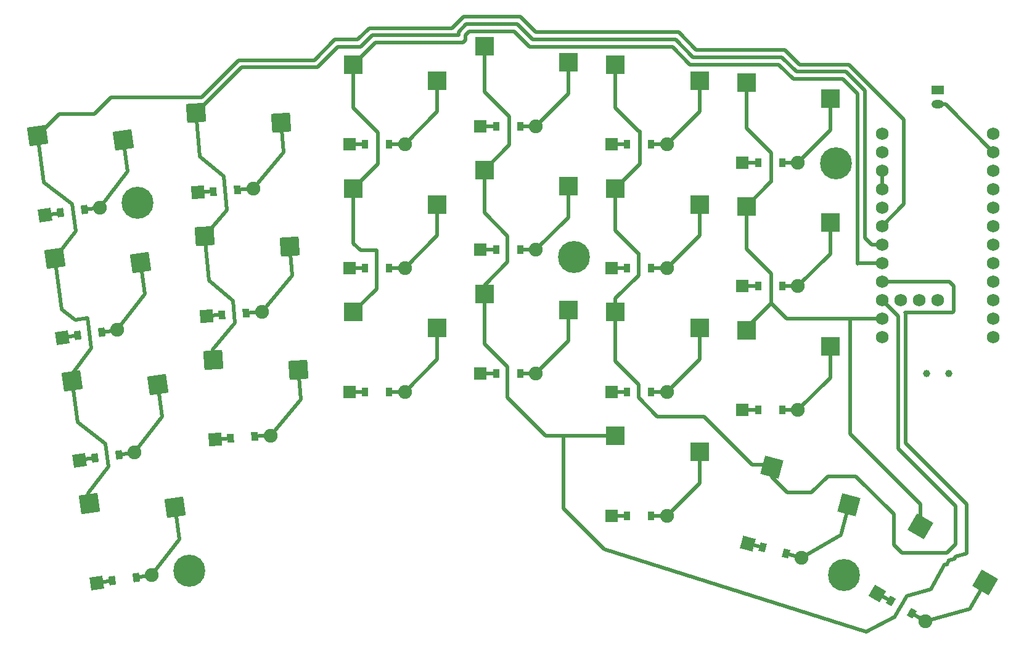
<source format=gbr>
%TF.GenerationSoftware,KiCad,Pcbnew,9.0.3*%
%TF.CreationDate,2025-07-25T16:03:50+02:00*%
%TF.ProjectId,left_pcb,6c656674-5f70-4636-922e-6b696361645f,v1.0.0*%
%TF.SameCoordinates,Original*%
%TF.FileFunction,Copper,L2,Bot*%
%TF.FilePolarity,Positive*%
%FSLAX46Y46*%
G04 Gerber Fmt 4.6, Leading zero omitted, Abs format (unit mm)*
G04 Created by KiCad (PCBNEW 9.0.3) date 2025-07-25 16:03:50*
%MOMM*%
%LPD*%
G01*
G04 APERTURE LIST*
G04 Aperture macros list*
%AMRotRect*
0 Rectangle, with rotation*
0 The origin of the aperture is its center*
0 $1 length*
0 $2 width*
0 $3 Rotation angle, in degrees counterclockwise*
0 Add horizontal line*
21,1,$1,$2,0,0,$3*%
G04 Aperture macros list end*
%TA.AperFunction,WasherPad*%
%ADD10C,1.000000*%
%TD*%
%TA.AperFunction,ComponentPad*%
%ADD11RotRect,1.778000X1.778000X8.000000*%
%TD*%
%TA.AperFunction,SMDPad,CuDef*%
%ADD12RotRect,0.900000X1.200000X8.000000*%
%TD*%
%TA.AperFunction,ComponentPad*%
%ADD13C,1.905000*%
%TD*%
%TA.AperFunction,SMDPad,CuDef*%
%ADD14R,2.600000X2.600000*%
%TD*%
%TA.AperFunction,ComponentPad*%
%ADD15R,1.778000X1.778000*%
%TD*%
%TA.AperFunction,SMDPad,CuDef*%
%ADD16R,0.900000X1.200000*%
%TD*%
%TA.AperFunction,SMDPad,CuDef*%
%ADD17RotRect,2.600000X2.600000X330.000000*%
%TD*%
%TA.AperFunction,ComponentPad*%
%ADD18C,0.700000*%
%TD*%
%TA.AperFunction,ComponentPad*%
%ADD19C,4.400000*%
%TD*%
%TA.AperFunction,ComponentPad*%
%ADD20R,1.700000X1.200000*%
%TD*%
%TA.AperFunction,ComponentPad*%
%ADD21O,1.700000X1.200000*%
%TD*%
%TA.AperFunction,ComponentPad*%
%ADD22RotRect,1.778000X1.778000X4.000000*%
%TD*%
%TA.AperFunction,SMDPad,CuDef*%
%ADD23RotRect,0.900000X1.200000X4.000000*%
%TD*%
%TA.AperFunction,ComponentPad*%
%ADD24RotRect,1.778000X1.778000X330.000000*%
%TD*%
%TA.AperFunction,SMDPad,CuDef*%
%ADD25RotRect,0.900000X1.200000X330.000000*%
%TD*%
%TA.AperFunction,SMDPad,CuDef*%
%ADD26RotRect,2.600000X2.600000X4.000000*%
%TD*%
%TA.AperFunction,ComponentPad*%
%ADD27C,1.752600*%
%TD*%
%TA.AperFunction,SMDPad,CuDef*%
%ADD28RotRect,2.600000X2.600000X8.000000*%
%TD*%
%TA.AperFunction,ComponentPad*%
%ADD29RotRect,1.778000X1.778000X345.000000*%
%TD*%
%TA.AperFunction,SMDPad,CuDef*%
%ADD30RotRect,0.900000X1.200000X345.000000*%
%TD*%
%TA.AperFunction,SMDPad,CuDef*%
%ADD31RotRect,2.600000X2.600000X345.000000*%
%TD*%
%TA.AperFunction,Conductor*%
%ADD32C,0.500000*%
%TD*%
G04 APERTURE END LIST*
D10*
%TO.P,T1,*%
%TO.N,*%
X200958333Y-125028053D03*
X197958339Y-125028055D03*
%TD*%
D11*
%TO.P,D3,1*%
%TO.N,P029*%
X79217200Y-120089082D03*
D12*
X81356179Y-119788464D03*
%TO.P,D3,2*%
%TO.N,outer_home*%
X84624063Y-119329198D03*
D13*
X86763042Y-119028580D03*
%TD*%
D14*
%TO.P,S9,1*%
%TO.N,P024*%
X119183333Y-99578058D03*
%TO.P,S9,2*%
%TO.N,ring_home*%
X130733333Y-101778058D03*
%TD*%
D15*
%TO.P,D8,1*%
%TO.N,P002*%
X118648337Y-127528055D03*
D16*
X120808337Y-127528055D03*
%TO.P,D8,2*%
%TO.N,ring_bottom*%
X124108337Y-127528055D03*
D13*
X126268337Y-127528055D03*
%TD*%
D15*
%TO.P,D14,1*%
%TO.N,P115*%
X154648336Y-144528055D03*
D16*
X156808336Y-144528055D03*
%TO.P,D14,2*%
%TO.N,index_mod*%
X160108336Y-144528055D03*
D13*
X162268336Y-144528055D03*
%TD*%
D15*
%TO.P,D12,1*%
%TO.N,P029*%
X136648335Y-108028054D03*
D16*
X138808335Y-108028054D03*
%TO.P,D12,2*%
%TO.N,middle_home*%
X142108335Y-108028054D03*
D13*
X144268335Y-108028054D03*
%TD*%
D14*
%TO.P,S17,1*%
%TO.N,P011*%
X155183339Y-82578055D03*
%TO.P,S17,2*%
%TO.N,index_top*%
X166733339Y-84778055D03*
%TD*%
D17*
%TO.P,S22,1*%
%TO.N,P104*%
X197081843Y-145994527D03*
%TO.P,S22,2*%
%TO.N,space_cluster*%
X205984436Y-153674783D03*
%TD*%
D11*
%TO.P,D2,1*%
%TO.N,P002*%
X81583143Y-136923641D03*
D12*
X83722122Y-136623023D03*
%TO.P,D2,2*%
%TO.N,outer_bottom*%
X86990006Y-136163757D03*
D13*
X89128985Y-135863139D03*
%TD*%
D14*
%TO.P,S13,1*%
%TO.N,P100*%
X137183337Y-80078056D03*
%TO.P,S13,2*%
%TO.N,middle_top*%
X148733337Y-82278056D03*
%TD*%
D15*
%TO.P,D9,1*%
%TO.N,P029*%
X118648337Y-110528054D03*
D16*
X120808337Y-110528054D03*
%TO.P,D9,2*%
%TO.N,ring_home*%
X124108337Y-110528054D03*
D13*
X126268337Y-110528054D03*
%TD*%
D14*
%TO.P,S20,1*%
%TO.N,P104*%
X173183336Y-85078054D03*
%TO.P,S20,2*%
%TO.N,inner_top*%
X184733336Y-87278054D03*
%TD*%
D18*
%TO.P,_4,1*%
%TO.N,N/C*%
X95014391Y-152304046D03*
X95330585Y-151081418D03*
X95655338Y-153392161D03*
X96877966Y-153708355D03*
D19*
X96648333Y-152074413D03*
D18*
X96418700Y-150440471D03*
X97641328Y-150756665D03*
X97966081Y-153067408D03*
X98282275Y-151844780D03*
%TD*%
D15*
%TO.P,D18,1*%
%TO.N,P002*%
X172648334Y-130028053D03*
D16*
X174808334Y-130028053D03*
%TO.P,D18,2*%
%TO.N,inner_bottom*%
X178108334Y-130028053D03*
D13*
X180268334Y-130028053D03*
%TD*%
D20*
%TO.P,JST1,1*%
%TO.N,pos*%
X199458334Y-86028062D03*
D21*
%TO.P,JST1,2*%
%TO.N,GND*%
X199458340Y-88028052D03*
%TD*%
D11*
%TO.P,D1,1*%
%TO.N,P115*%
X83949085Y-153758201D03*
D12*
X86088064Y-153457583D03*
%TO.P,D1,2*%
%TO.N,outer_mod*%
X89355948Y-152998317D03*
D13*
X91494927Y-152697699D03*
%TD*%
D15*
%TO.P,D19,1*%
%TO.N,P029*%
X172648336Y-113028055D03*
D16*
X174808336Y-113028055D03*
%TO.P,D19,2*%
%TO.N,inner_home*%
X178108336Y-113028055D03*
D13*
X180268336Y-113028055D03*
%TD*%
D14*
%TO.P,S10,1*%
%TO.N,P024*%
X119183336Y-82578057D03*
%TO.P,S10,2*%
%TO.N,ring_top*%
X130733336Y-84778057D03*
%TD*%
D15*
%TO.P,D11,1*%
%TO.N,P002*%
X136648333Y-125028055D03*
D16*
X138808333Y-125028055D03*
%TO.P,D11,2*%
%TO.N,middle_bottom*%
X142108333Y-125028055D03*
D13*
X144268333Y-125028055D03*
%TD*%
D22*
%TO.P,D6,1*%
%TO.N,P029*%
X99027310Y-117107906D03*
D23*
X101182048Y-116957230D03*
%TO.P,D6,2*%
%TO.N,pinky_home*%
X104474010Y-116727038D03*
D13*
X106628748Y-116576362D03*
%TD*%
D14*
%TO.P,S14,1*%
%TO.N,P100*%
X155183332Y-133578053D03*
%TO.P,S14,2*%
%TO.N,index_mod*%
X166733332Y-135778053D03*
%TD*%
D24*
%TO.P,D22,1*%
%TO.N,P115*%
X191143519Y-155210005D03*
D25*
X193014134Y-156290005D03*
%TO.P,D22,2*%
%TO.N,space_cluster*%
X195872018Y-157940005D03*
D13*
X197742633Y-159020005D03*
%TD*%
D15*
%TO.P,D17,1*%
%TO.N,P031*%
X154648337Y-93528052D03*
D16*
X156808337Y-93528052D03*
%TO.P,D17,2*%
%TO.N,index_top*%
X160108337Y-93528052D03*
D13*
X162268337Y-93528052D03*
%TD*%
D15*
%TO.P,D20,1*%
%TO.N,P031*%
X172648334Y-96028060D03*
D16*
X174808334Y-96028060D03*
%TO.P,D20,2*%
%TO.N,inner_top*%
X178108334Y-96028060D03*
D13*
X180268334Y-96028060D03*
%TD*%
D26*
%TO.P,S7,1*%
%TO.N,P022*%
X97611313Y-89188673D03*
%TO.P,S7,2*%
%TO.N,pinky_top*%
X109286642Y-90577627D03*
%TD*%
D27*
%TO.P,MCU1,1*%
%TO.N,P006*%
X191838332Y-92058056D03*
%TO.P,MCU1,2*%
%TO.N,P008*%
X191838330Y-94598057D03*
%TO.P,MCU1,3*%
%TO.N,GND*%
X191838332Y-97138056D03*
%TO.P,MCU1,4*%
X191838332Y-99678056D03*
%TO.P,MCU1,5*%
%TO.N,P017*%
X191838332Y-102218056D03*
%TO.P,MCU1,6*%
%TO.N,P020*%
X191838332Y-104758056D03*
%TO.P,MCU1,7*%
%TO.N,P022*%
X191838332Y-107298056D03*
%TO.P,MCU1,8*%
%TO.N,P024*%
X191838332Y-109838056D03*
%TO.P,MCU1,9*%
%TO.N,P100*%
X191838332Y-112378056D03*
%TO.P,MCU1,10*%
%TO.N,P011*%
X191838332Y-114918056D03*
%TO.P,MCU1,11*%
%TO.N,P104*%
X191838331Y-117458059D03*
%TO.P,MCU1,12*%
%TO.N,P106*%
X191838332Y-119998056D03*
%TO.P,MCU1,13*%
%TO.N,P009*%
X207078332Y-119998056D03*
%TO.P,MCU1,14*%
%TO.N,P010*%
X207078334Y-117458055D03*
%TO.P,MCU1,15*%
%TO.N,P111*%
X207078332Y-114918056D03*
%TO.P,MCU1,16*%
%TO.N,P113*%
X207078332Y-112378056D03*
%TO.P,MCU1,17*%
%TO.N,P115*%
X207078332Y-109838056D03*
%TO.P,MCU1,18*%
%TO.N,P002*%
X207078332Y-107298056D03*
%TO.P,MCU1,19*%
%TO.N,P029*%
X207078332Y-104758056D03*
%TO.P,MCU1,20*%
%TO.N,P031*%
X207078332Y-102218056D03*
%TO.P,MCU1,21*%
%TO.N,VCC*%
X207078332Y-99678056D03*
%TO.P,MCU1,22*%
%TO.N,RST*%
X207078332Y-97138056D03*
%TO.P,MCU1,23*%
%TO.N,GND*%
X207078333Y-94598053D03*
%TO.P,MCU1,24*%
%TO.N,RAW*%
X207078332Y-92058056D03*
%TO.P,MCU1,31*%
%TO.N,P101*%
X194378332Y-114918056D03*
%TO.P,MCU1,32*%
%TO.N,P102*%
X196918332Y-114918056D03*
%TO.P,MCU1,33*%
%TO.N,P107*%
X199458332Y-114918056D03*
%TD*%
D18*
%TO.P,_3,1*%
%TO.N,N/C*%
X147808335Y-108978058D03*
X148291609Y-107811332D03*
X148291609Y-110144784D03*
X149458335Y-107328058D03*
D19*
X149458335Y-108978058D03*
D18*
X149458335Y-110628058D03*
X150625061Y-107811332D03*
X150625061Y-110144784D03*
X151108335Y-108978058D03*
%TD*%
D28*
%TO.P,S2,1*%
%TO.N,P020*%
X80588983Y-126005751D03*
%TO.P,S2,2*%
%TO.N,outer_bottom*%
X92332762Y-126576890D03*
%TD*%
D18*
%TO.P,_2,1*%
%TO.N,N/C*%
X183808336Y-96128055D03*
X184291610Y-94961329D03*
X184291610Y-97294781D03*
X185458336Y-94478055D03*
D19*
X185458336Y-96128055D03*
D18*
X185458336Y-97778055D03*
X186625062Y-94961329D03*
X186625062Y-97294781D03*
X187108336Y-96128055D03*
%TD*%
%TO.P,_5,1*%
%TO.N,N/C*%
X185169906Y-151876605D03*
X186171797Y-151107828D03*
X185005071Y-153128656D03*
X187423848Y-151272663D03*
D19*
X186598848Y-152701605D03*
D18*
X185773848Y-154130547D03*
X188192625Y-152274554D03*
X187025899Y-154295382D03*
X188027790Y-153526605D03*
%TD*%
D15*
%TO.P,D10,1*%
%TO.N,P031*%
X118648335Y-93528051D03*
D16*
X120808335Y-93528051D03*
%TO.P,D10,2*%
%TO.N,ring_top*%
X124108335Y-93528051D03*
D13*
X126268335Y-93528051D03*
%TD*%
D29*
%TO.P,D21,1*%
%TO.N,P115*%
X173354651Y-148354544D03*
D30*
X175441050Y-148913596D03*
%TO.P,D21,2*%
%TO.N,layer_cluster*%
X178628606Y-149767696D03*
D13*
X180715005Y-150326748D03*
%TD*%
D15*
%TO.P,D15,1*%
%TO.N,P002*%
X154648334Y-127528057D03*
D16*
X156808334Y-127528057D03*
%TO.P,D15,2*%
%TO.N,index_bottom*%
X160108334Y-127528057D03*
D13*
X162268334Y-127528057D03*
%TD*%
D14*
%TO.P,S12,1*%
%TO.N,P100*%
X137183335Y-97078049D03*
%TO.P,S12,2*%
%TO.N,middle_home*%
X148733335Y-99278049D03*
%TD*%
%TO.P,S16,1*%
%TO.N,P011*%
X155183332Y-99578056D03*
%TO.P,S16,2*%
%TO.N,index_home*%
X166733332Y-101778056D03*
%TD*%
%TO.P,S11,1*%
%TO.N,P100*%
X137183334Y-114078055D03*
%TO.P,S11,2*%
%TO.N,middle_bottom*%
X148733334Y-116278055D03*
%TD*%
D22*
%TO.P,D5,1*%
%TO.N,P002*%
X100213169Y-134066492D03*
D23*
X102367907Y-133915816D03*
%TO.P,D5,2*%
%TO.N,pinky_bottom*%
X105659869Y-133685624D03*
D13*
X107814607Y-133534948D03*
%TD*%
D11*
%TO.P,D4,1*%
%TO.N,P031*%
X76851258Y-103254527D03*
D12*
X78990237Y-102953909D03*
%TO.P,D4,2*%
%TO.N,outer_top*%
X82258121Y-102494643D03*
D13*
X84397100Y-102194025D03*
%TD*%
D28*
%TO.P,S4,1*%
%TO.N,P020*%
X75857102Y-92336634D03*
%TO.P,S4,2*%
%TO.N,outer_top*%
X87600881Y-92907773D03*
%TD*%
D31*
%TO.P,S21,1*%
%TO.N,P011*%
X176705490Y-137916128D03*
%TO.P,S21,2*%
%TO.N,layer_cluster*%
X187292532Y-143030525D03*
%TD*%
D28*
%TO.P,S1,1*%
%TO.N,P020*%
X82954929Y-142840303D03*
%TO.P,S1,2*%
%TO.N,outer_mod*%
X94698708Y-143411442D03*
%TD*%
%TO.P,S3,1*%
%TO.N,P020*%
X78223047Y-109171194D03*
%TO.P,S3,2*%
%TO.N,outer_home*%
X89966826Y-109742333D03*
%TD*%
D14*
%TO.P,S19,1*%
%TO.N,P104*%
X173183338Y-102078058D03*
%TO.P,S19,2*%
%TO.N,inner_home*%
X184733338Y-104278058D03*
%TD*%
D26*
%TO.P,S6,1*%
%TO.N,P022*%
X98797172Y-106147263D03*
%TO.P,S6,2*%
%TO.N,pinky_home*%
X110472501Y-107536217D03*
%TD*%
D22*
%TO.P,D7,1*%
%TO.N,P031*%
X97841449Y-100149319D03*
D23*
X99996187Y-99998643D03*
%TO.P,D7,2*%
%TO.N,pinky_top*%
X103288149Y-99768451D03*
D13*
X105442887Y-99617775D03*
%TD*%
D15*
%TO.P,D13,1*%
%TO.N,P031*%
X136648335Y-91028054D03*
D16*
X138808335Y-91028054D03*
%TO.P,D13,2*%
%TO.N,middle_top*%
X142108335Y-91028054D03*
D13*
X144268335Y-91028054D03*
%TD*%
D26*
%TO.P,S5,1*%
%TO.N,P022*%
X99983033Y-123105849D03*
%TO.P,S5,2*%
%TO.N,pinky_bottom*%
X111658362Y-124494803D03*
%TD*%
D14*
%TO.P,S18,1*%
%TO.N,P104*%
X173183333Y-119078056D03*
%TO.P,S18,2*%
%TO.N,inner_bottom*%
X184733333Y-121278056D03*
%TD*%
%TO.P,S15,1*%
%TO.N,P011*%
X155183333Y-116578053D03*
%TO.P,S15,2*%
%TO.N,index_bottom*%
X166733333Y-118778053D03*
%TD*%
D15*
%TO.P,D16,1*%
%TO.N,P029*%
X154648337Y-110528052D03*
D16*
X156808337Y-110528052D03*
%TO.P,D16,2*%
%TO.N,index_home*%
X160108337Y-110528052D03*
D13*
X162268337Y-110528052D03*
%TD*%
D18*
%TO.P,_1,1*%
%TO.N,N/C*%
X87916566Y-101800375D03*
X88232760Y-100577747D03*
X88557513Y-102888490D03*
X89780141Y-103204684D03*
D19*
X89550508Y-101570742D03*
D18*
X89320875Y-99936800D03*
X90543503Y-100252994D03*
X90868256Y-102563737D03*
X91184450Y-101341109D03*
%TD*%
D14*
%TO.P,S8,1*%
%TO.N,P024*%
X119183333Y-116578058D03*
%TO.P,S8,2*%
%TO.N,ring_bottom*%
X130733333Y-118778058D03*
%TD*%
D32*
%TO.N,P020*%
X85945348Y-87050156D02*
X98334202Y-87050157D01*
X82954931Y-142840306D02*
X82769666Y-141433046D01*
X75857101Y-92294131D02*
X78786971Y-89364261D01*
X121367876Y-77562260D02*
X132765877Y-77562261D01*
X103421098Y-81963260D02*
X113816616Y-81963261D01*
X75857101Y-92336636D02*
X75857101Y-92294131D01*
X80475207Y-125141507D02*
X80588985Y-126005748D01*
X81339975Y-131710073D02*
X80588985Y-126005748D01*
X85558194Y-137798958D02*
X85140514Y-134626327D01*
X81094832Y-105428607D02*
X78223043Y-109171190D01*
X83219279Y-121565364D02*
X80475207Y-125141507D01*
X132765877Y-77562261D02*
X134303082Y-76025056D01*
X113816616Y-81963261D02*
X116641485Y-79138391D01*
X78786971Y-89364261D02*
X83631244Y-89364259D01*
X180460500Y-82562261D02*
X187260501Y-82562261D01*
X98334202Y-87050157D02*
X103421098Y-81963260D01*
X178460500Y-80562261D02*
X180460500Y-82562261D01*
X79150328Y-116214593D02*
X80985982Y-117623144D01*
X166260500Y-80562260D02*
X178460500Y-80562261D01*
X85140514Y-134626327D02*
X81339975Y-131710073D01*
X78223043Y-109171190D02*
X79150328Y-116214593D01*
X144245871Y-78147633D02*
X163845872Y-78147633D01*
X194831244Y-101765144D02*
X191838333Y-104758055D01*
X80985982Y-117623144D02*
X82671066Y-117401294D01*
X163845872Y-78147633D02*
X166260500Y-80562260D01*
X187260501Y-82562261D02*
X194831244Y-90133004D01*
X119791747Y-79138391D02*
X121367876Y-77562260D01*
X75857101Y-92336632D02*
X76699721Y-98736959D01*
X194831244Y-90133004D02*
X194831244Y-101765144D01*
X82671066Y-117401294D02*
X83219279Y-121565364D01*
X83631244Y-89364259D02*
X85945348Y-87050156D01*
X80608753Y-101736465D02*
X81094832Y-105428607D01*
X82769666Y-141433046D02*
X85558194Y-137798958D01*
X116641485Y-79138391D02*
X119791747Y-79138391D01*
X134303082Y-76025056D02*
X142123298Y-76025057D01*
X76699721Y-98736959D02*
X80608753Y-101736465D01*
X142123298Y-76025057D02*
X144245871Y-78147633D01*
%TO.N,outer_mod*%
X95273047Y-147773957D02*
X91494925Y-152697698D01*
X91478696Y-152718850D02*
X91494925Y-152697698D01*
X89355947Y-152998316D02*
X91478696Y-152718850D01*
X94698708Y-143411444D02*
X95273047Y-147773957D01*
%TO.N,outer_bottom*%
X89112750Y-135884289D02*
X89128982Y-135863138D01*
X92332764Y-126576888D02*
X92907098Y-130939396D01*
X92907098Y-130939396D02*
X89128982Y-135863138D01*
X86990003Y-136163755D02*
X89112750Y-135884289D01*
%TO.N,outer_home*%
X84624059Y-119329199D02*
X86746814Y-119049739D01*
X90541161Y-114104844D02*
X86763041Y-119028582D01*
X89966827Y-109742332D02*
X90541161Y-114104844D01*
X86746814Y-119049739D02*
X86763041Y-119028582D01*
%TO.N,outer_top*%
X88175217Y-97270287D02*
X84397096Y-102194027D01*
X84397096Y-102194027D02*
X82274347Y-102473492D01*
X82274347Y-102473492D02*
X82258119Y-102494641D01*
X87600879Y-92907773D02*
X88175217Y-97270287D01*
%TO.N,P022*%
X126431244Y-78563259D02*
X133630244Y-78563259D01*
X99331243Y-112251706D02*
X102680395Y-115061973D01*
X97611312Y-89188673D02*
X103835725Y-82964260D01*
X189432244Y-86149633D02*
X189432243Y-106365261D01*
X114231243Y-82964260D02*
X117056114Y-80139391D01*
X178045872Y-81563259D02*
X180045871Y-83563261D01*
X98136151Y-95187619D02*
X97611312Y-89188672D01*
X134717710Y-77026057D02*
X141631243Y-77026057D01*
X102680395Y-115061973D02*
X102941857Y-118050558D01*
X98797170Y-106147258D02*
X99331243Y-112251706D01*
X189432243Y-106365261D02*
X190365039Y-107298055D01*
X98797170Y-106147258D02*
X101789251Y-102581439D01*
X120206374Y-80139391D02*
X121782505Y-78563260D01*
X121782505Y-78563260D02*
X126431244Y-78563259D01*
X186845871Y-83563259D02*
X189432244Y-86149633D01*
X133630244Y-78563259D02*
X133630244Y-78113521D01*
X141708668Y-77026056D02*
X143845872Y-79163261D01*
X163445872Y-79163260D02*
X165845871Y-81563261D01*
X103835725Y-82964260D02*
X114231243Y-82964260D01*
X190365039Y-107298055D02*
X191838332Y-107298054D01*
X102941857Y-118050558D02*
X99861885Y-121721131D01*
X99861885Y-121721131D02*
X99983032Y-123105848D01*
X165845871Y-81563261D02*
X178045872Y-81563259D01*
X180045871Y-83563261D02*
X186845871Y-83563259D01*
X101789251Y-102581439D02*
X101380553Y-97909998D01*
X133630244Y-78113521D02*
X134717710Y-77026057D01*
X117056114Y-80139391D02*
X120206374Y-80139391D01*
X101380553Y-97909998D02*
X98136151Y-95187619D01*
X143845872Y-79163261D02*
X163445872Y-79163260D01*
%TO.N,pinky_bottom*%
X112011664Y-128533093D02*
X107814607Y-133534952D01*
X105659870Y-133685624D02*
X107773766Y-133500678D01*
X111658359Y-124494803D02*
X112011664Y-128533093D01*
X107773766Y-133500678D02*
X107814607Y-133534952D01*
%TO.N,pinky_home*%
X110825803Y-111574498D02*
X106628745Y-116576360D01*
X104474008Y-116727038D02*
X106587909Y-116542095D01*
X110472500Y-107536215D02*
X110825803Y-111574498D01*
X106587909Y-116542095D02*
X106628745Y-116576360D01*
%TO.N,pinky_top*%
X103288146Y-99768450D02*
X105402044Y-99583507D01*
X105442889Y-99617776D02*
X109639945Y-94615915D01*
X109639945Y-94615915D02*
X109286642Y-90577622D01*
X105402044Y-99583507D02*
X105442889Y-99617776D01*
%TO.N,P024*%
X177631243Y-82564261D02*
X179631244Y-84564260D01*
X122197132Y-79564261D02*
X134231244Y-79564260D01*
X119183333Y-88524046D02*
X122578650Y-91919356D01*
X122378647Y-113382741D02*
X119183334Y-116578052D01*
X134231244Y-79564260D02*
X134631244Y-79164260D01*
X120178648Y-108119358D02*
X122378646Y-108119360D01*
X188557449Y-109838056D02*
X191838333Y-109838058D01*
X141294039Y-78027056D02*
X143431244Y-80164260D01*
X188431244Y-109964260D02*
X188557449Y-109838056D01*
X119183335Y-99578053D02*
X119183334Y-107124042D01*
X135132338Y-78027057D02*
X141294039Y-78027056D01*
X122578648Y-96182744D02*
X119183335Y-99578053D01*
X122578650Y-91919356D02*
X122578648Y-96182744D01*
X119183334Y-107124042D02*
X120178648Y-108119358D01*
X134631243Y-78528151D02*
X135132338Y-78027057D01*
X186431244Y-84564260D02*
X188431244Y-86564261D01*
X179631244Y-84564260D02*
X186431244Y-84564260D01*
X165431244Y-82564260D02*
X177631243Y-82564261D01*
X119183333Y-82578060D02*
X119183333Y-88524046D01*
X188431244Y-86564261D02*
X188431244Y-109964260D01*
X119183336Y-82578058D02*
X122197132Y-79564261D01*
X134631244Y-79164260D02*
X134631243Y-78528151D01*
X143431244Y-80164260D02*
X163031243Y-80164260D01*
X163031243Y-80164260D02*
X165431244Y-82564260D01*
X122378646Y-108119360D02*
X122378647Y-113382741D01*
%TO.N,ring_bottom*%
X130733331Y-118778053D02*
X130733330Y-123063060D01*
X130733330Y-123063060D02*
X126268335Y-127528062D01*
X124108334Y-127528055D02*
X126268335Y-127528062D01*
%TO.N,ring_home*%
X130733333Y-101778051D02*
X130733335Y-106063055D01*
X130733335Y-106063055D02*
X126268336Y-110528056D01*
X124108335Y-110528053D02*
X126268336Y-110528056D01*
%TO.N,ring_top*%
X130733335Y-89063052D02*
X126268337Y-93528052D01*
X124108331Y-93528055D02*
X126268337Y-93528052D01*
X130733336Y-84778058D02*
X130733335Y-89063052D01*
%TO.N,P100*%
X193520702Y-158461230D02*
X195204787Y-155544304D01*
X137183337Y-86287708D02*
X140621892Y-89726264D01*
X201919655Y-150163189D02*
X203431243Y-149758161D01*
X201719656Y-150509600D02*
X201919655Y-150163189D01*
X148021892Y-133578054D02*
X155183331Y-133578056D01*
X140378646Y-109719360D02*
X140378646Y-106119357D01*
X137183338Y-114078059D02*
X137183334Y-120924046D01*
X137183335Y-80078054D02*
X137183337Y-86287708D01*
X201631244Y-112964262D02*
X201045039Y-112378055D01*
X201045039Y-112378055D02*
X191838332Y-112378055D01*
X140621890Y-93639494D02*
X137183339Y-97078050D01*
X203431245Y-142972613D02*
X195022892Y-134564259D01*
X195022892Y-134564259D02*
X195022891Y-116686987D01*
X200420986Y-151296805D02*
X200694193Y-151223604D01*
X189638402Y-160482224D02*
X193520702Y-158461230D01*
X201631243Y-116463794D02*
X201631244Y-112964262D01*
X145637344Y-133578057D02*
X148021892Y-133578054D01*
X137183334Y-102924046D02*
X137183334Y-97078054D01*
X148021892Y-133578054D02*
X148021892Y-143526264D01*
X137183337Y-112914669D02*
X140378646Y-109719360D01*
X137183334Y-120924046D02*
X140378647Y-124119354D01*
X203431243Y-149758161D02*
X203431245Y-142972613D01*
X140378647Y-124119354D02*
X140378647Y-128319362D01*
X153621894Y-149126262D02*
X189638402Y-160482224D01*
X137183338Y-114078059D02*
X137183337Y-112914669D01*
X198474524Y-154668183D02*
X200420986Y-151296805D01*
X194965704Y-116629799D02*
X201465239Y-116629799D01*
X200694193Y-151223604D02*
X200994193Y-150703987D01*
X140621892Y-89726264D02*
X140621890Y-93639494D01*
X140378647Y-128319362D02*
X145637344Y-133578057D01*
X201465239Y-116629799D02*
X201631243Y-116463794D01*
X195204787Y-155544304D02*
X198474524Y-154668183D01*
X148021892Y-143526264D02*
X153621894Y-149126262D01*
X195022891Y-116686987D02*
X194965704Y-116629799D01*
X140378646Y-106119357D02*
X137183334Y-102924046D01*
X200994193Y-150703987D02*
X201719656Y-150509600D01*
%TO.N,middle_bottom*%
X144268333Y-125028056D02*
X142108337Y-125028055D01*
X148733337Y-120563054D02*
X144268333Y-125028056D01*
X148733336Y-116278058D02*
X148733337Y-120563054D01*
%TO.N,middle_home*%
X142108334Y-108028055D02*
X144268334Y-108028054D01*
X148733333Y-103563055D02*
X144268334Y-108028054D01*
X148733334Y-99278058D02*
X148733333Y-103563055D01*
%TO.N,middle_top*%
X148733334Y-86563056D02*
X144268337Y-91028053D01*
X148733335Y-82278053D02*
X148733334Y-86563056D01*
X142108337Y-91028057D02*
X144268337Y-91028053D01*
%TO.N,index_mod*%
X166733332Y-135778055D02*
X166733334Y-140063057D01*
X166733334Y-140063057D02*
X162268335Y-144528054D01*
X162268335Y-144528054D02*
X160108335Y-144528057D01*
%TO.N,P011*%
X158578648Y-91719360D02*
X158578643Y-96182740D01*
X194528656Y-149633027D02*
X200746917Y-149633026D01*
X158316445Y-108519358D02*
X155183337Y-105386243D01*
X178797553Y-141354053D02*
X182128124Y-141354050D01*
X182128124Y-141354050D02*
X184355912Y-139126263D01*
X200746917Y-149633026D02*
X201919074Y-148460869D01*
X158378648Y-91719362D02*
X158578648Y-91719360D01*
X188221892Y-139126264D02*
X193421893Y-144326260D01*
X167378648Y-130919356D02*
X173978645Y-137519362D01*
X155183332Y-114714675D02*
X158378647Y-111519358D01*
X184355912Y-139126263D02*
X188221892Y-139126264D01*
X155183337Y-105386243D02*
X155183337Y-99578053D01*
X155183331Y-116578055D02*
X155183332Y-114714675D01*
X158378648Y-128350367D02*
X160947638Y-130919359D01*
X201919074Y-148460869D02*
X201919076Y-143223447D01*
X158578643Y-96182740D02*
X155183337Y-99578053D01*
X155183333Y-82578060D02*
X155183337Y-88524043D01*
X176705490Y-137916127D02*
X176705491Y-139261989D01*
X194021892Y-135326262D02*
X194021891Y-117101615D01*
X160947638Y-130919359D02*
X167378648Y-130919356D01*
X201919076Y-143223447D02*
X194021892Y-135326262D01*
X158378647Y-111519358D02*
X158378648Y-108519360D01*
X155183331Y-123324042D02*
X158378645Y-126519359D01*
X176308720Y-137519357D02*
X176705490Y-137916127D01*
X155183337Y-88524043D02*
X158378648Y-91719362D01*
X194021891Y-117101615D02*
X191838333Y-114918060D01*
X158378645Y-126519359D02*
X158378648Y-128350367D01*
X176705491Y-139261989D02*
X178797553Y-141354053D01*
X158378648Y-108519360D02*
X158316445Y-108519358D01*
X155183331Y-116578055D02*
X155183331Y-123324042D01*
X193421893Y-144326260D02*
X193421892Y-148526265D01*
X193421892Y-148526265D02*
X194528656Y-149633027D01*
X173978645Y-137519362D02*
X176308720Y-137519357D01*
%TO.N,index_bottom*%
X166733333Y-123063057D02*
X162268338Y-127528054D01*
X166733332Y-118778050D02*
X166733333Y-123063057D01*
X160108335Y-127528056D02*
X162268338Y-127528054D01*
%TO.N,index_home*%
X166733333Y-106063056D02*
X162268337Y-110528053D01*
X162268337Y-110528053D02*
X160108337Y-110528052D01*
X166733333Y-101778056D02*
X166733333Y-106063056D01*
%TO.N,index_top*%
X166733337Y-89063055D02*
X162268337Y-93528054D01*
X160108333Y-93528055D02*
X162268337Y-93528054D01*
X166733335Y-84778059D02*
X166733337Y-89063055D01*
%TO.N,P104*%
X176578648Y-115319356D02*
X178717347Y-117458057D01*
X173183336Y-91324045D02*
X176578648Y-94719357D01*
X176578648Y-98719359D02*
X176542035Y-98719355D01*
X173183338Y-107924047D02*
X176578646Y-111319361D01*
X173183335Y-102078057D02*
X173183338Y-107924047D01*
X178717347Y-117458057D02*
X187421892Y-117458056D01*
X197081843Y-142986215D02*
X187421892Y-133326263D01*
X197081842Y-145994526D02*
X197081843Y-142986215D01*
X187421892Y-133326263D02*
X187421892Y-117458056D01*
X173183332Y-118714671D02*
X173183334Y-119078059D01*
X187421892Y-117458056D02*
X191838332Y-117458056D01*
X173183337Y-85078053D02*
X173183336Y-91324045D01*
X176542035Y-98719355D02*
X173183335Y-102078057D01*
X176578648Y-115319356D02*
X173183332Y-118714671D01*
X176578646Y-111319361D02*
X176578648Y-115319356D01*
X176578648Y-94719357D02*
X176578648Y-98719359D01*
%TO.N,inner_bottom*%
X184733335Y-121278058D02*
X184733336Y-125563055D01*
X184733336Y-125563055D02*
X180268333Y-130028052D01*
X178108339Y-130028053D02*
X180268333Y-130028052D01*
%TO.N,inner_home*%
X184733336Y-104278052D02*
X184733333Y-108563055D01*
X184733333Y-108563055D02*
X180268333Y-113028052D01*
X178108334Y-113028055D02*
X180268333Y-113028052D01*
%TO.N,inner_top*%
X178108334Y-96028056D02*
X180268331Y-96028054D01*
X184733334Y-87278051D02*
X184733334Y-91563058D01*
X184733334Y-91563058D02*
X180268331Y-96028054D01*
%TO.N,layer_cluster*%
X187292534Y-143030525D02*
X186183491Y-147169521D01*
X186183491Y-147169521D02*
X180715007Y-150326752D01*
X178628605Y-149767698D02*
X180715007Y-150326752D01*
%TO.N,space_cluster*%
X197742633Y-159020004D02*
X195872017Y-157940002D01*
X195872017Y-157940002D02*
X195872013Y-157940004D01*
X205984437Y-153674782D02*
X203841940Y-157385698D01*
X203841940Y-157385698D02*
X197742633Y-159020004D01*
%TO.N,P115*%
X86071834Y-153478735D02*
X86088062Y-153457587D01*
X156808335Y-144528054D02*
X154648335Y-144528058D01*
X193014134Y-156290005D02*
X191143521Y-155210005D01*
X191143521Y-155210005D02*
X191143518Y-155210005D01*
X175441051Y-148913595D02*
X173354651Y-148354548D01*
X83949086Y-153758198D02*
X86071834Y-153478735D01*
%TO.N,P002*%
X138808334Y-125028054D02*
X136648334Y-125028053D01*
X100254014Y-134100765D02*
X100213170Y-134066492D01*
X81599369Y-136902488D02*
X81583140Y-136923637D01*
X102367903Y-133915824D02*
X100254014Y-134100765D01*
X154648335Y-127528058D02*
X156808334Y-127528055D01*
X120808333Y-127528058D02*
X118648336Y-127528061D01*
X174808338Y-130028054D02*
X172648331Y-130028051D01*
X83722116Y-136623021D02*
X81599369Y-136902488D01*
%TO.N,P029*%
X99027306Y-117107902D02*
X101141204Y-116922963D01*
X101141204Y-116922963D02*
X101182046Y-116957230D01*
X156808337Y-110528054D02*
X154648337Y-110528053D01*
X138808335Y-108028052D02*
X136648335Y-108028056D01*
X174808333Y-113028054D02*
X172648332Y-113028048D01*
X118648338Y-110528056D02*
X120808336Y-110528055D01*
X81356181Y-119788468D02*
X79233429Y-120067931D01*
X79233429Y-120067931D02*
X79217198Y-120089084D01*
%TO.N,P031*%
X174808336Y-96028057D02*
X172648336Y-96028053D01*
X76851258Y-103254529D02*
X78974006Y-102975063D01*
X156808334Y-93528054D02*
X154648335Y-93528053D01*
X120808332Y-93528050D02*
X118648337Y-93528054D01*
X97841450Y-100149321D02*
X99955346Y-99964377D01*
X138808335Y-91028058D02*
X136648339Y-91028056D01*
X99955346Y-99964377D02*
X99996188Y-99998644D01*
X78974006Y-102975063D02*
X78990234Y-102953910D01*
%TO.N,GND*%
X191838333Y-97138053D02*
X191838333Y-99678055D01*
X200508330Y-88028054D02*
X207078336Y-94598053D01*
X199458338Y-88028054D02*
X200508330Y-88028054D01*
%TD*%
M02*

</source>
